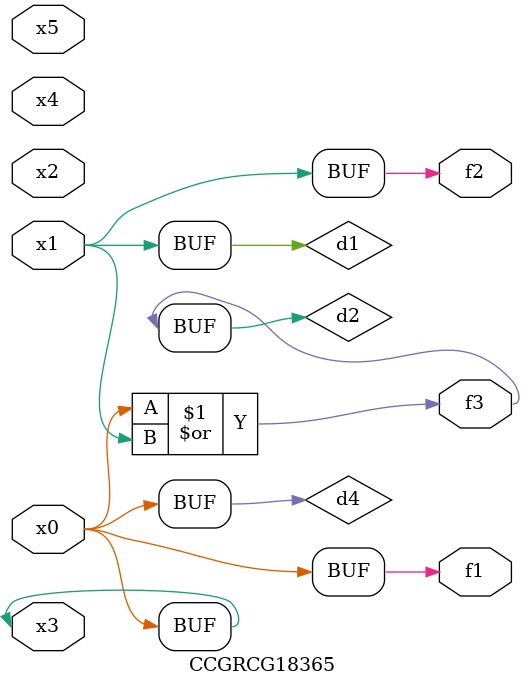
<source format=v>
module CCGRCG18365(
	input x0, x1, x2, x3, x4, x5,
	output f1, f2, f3
);

	wire d1, d2, d3, d4;

	and (d1, x1);
	or (d2, x0, x1);
	nand (d3, x0, x5);
	buf (d4, x0, x3);
	assign f1 = d4;
	assign f2 = d1;
	assign f3 = d2;
endmodule

</source>
